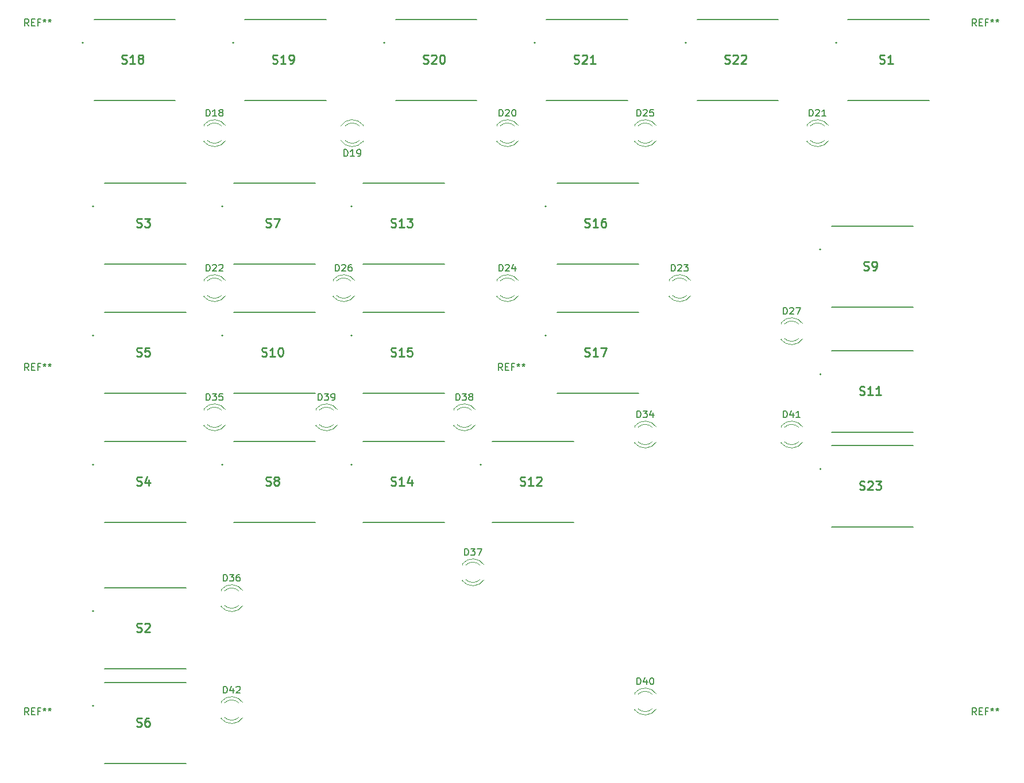
<source format=gbr>
%TF.GenerationSoftware,KiCad,Pcbnew,(5.1.10)-1*%
%TF.CreationDate,2021-07-06T22:18:49-04:00*%
%TF.ProjectId,dedBoard,64656442-6f61-4726-942e-6b696361645f,rev?*%
%TF.SameCoordinates,Original*%
%TF.FileFunction,Legend,Top*%
%TF.FilePolarity,Positive*%
%FSLAX46Y46*%
G04 Gerber Fmt 4.6, Leading zero omitted, Abs format (unit mm)*
G04 Created by KiCad (PCBNEW (5.1.10)-1) date 2021-07-06 22:18:49*
%MOMM*%
%LPD*%
G01*
G04 APERTURE LIST*
%ADD10C,0.120000*%
%ADD11C,0.200000*%
%ADD12C,0.150000*%
%ADD13C,0.254000*%
G04 APERTURE END LIST*
D10*
%TO.C,D42*%
X51841130Y-114109837D02*
G75*
G02*
X49759039Y-114110000I-1041130J1079837D01*
G01*
X51841130Y-111950163D02*
G75*
G03*
X49759039Y-111950000I-1041130J-1079837D01*
G01*
X52472335Y-114108608D02*
G75*
G02*
X49240000Y-114265516I-1672335J1078608D01*
G01*
X52472335Y-111951392D02*
G75*
G03*
X49240000Y-111794484I-1672335J-1078608D01*
G01*
X49240000Y-111794000D02*
X49240000Y-111950000D01*
X49240000Y-114110000D02*
X49240000Y-114266000D01*
%TO.C,D41*%
X134391130Y-73469837D02*
G75*
G02*
X132309039Y-73470000I-1041130J1079837D01*
G01*
X134391130Y-71310163D02*
G75*
G03*
X132309039Y-71310000I-1041130J-1079837D01*
G01*
X135022335Y-73468608D02*
G75*
G02*
X131790000Y-73625516I-1672335J1078608D01*
G01*
X135022335Y-71311392D02*
G75*
G03*
X131790000Y-71154484I-1672335J-1078608D01*
G01*
X131790000Y-71154000D02*
X131790000Y-71310000D01*
X131790000Y-73470000D02*
X131790000Y-73626000D01*
%TO.C,D40*%
X112801130Y-112839837D02*
G75*
G02*
X110719039Y-112840000I-1041130J1079837D01*
G01*
X112801130Y-110680163D02*
G75*
G03*
X110719039Y-110680000I-1041130J-1079837D01*
G01*
X113432335Y-112838608D02*
G75*
G02*
X110200000Y-112995516I-1672335J1078608D01*
G01*
X113432335Y-110681392D02*
G75*
G03*
X110200000Y-110524484I-1672335J-1078608D01*
G01*
X110200000Y-110524000D02*
X110200000Y-110680000D01*
X110200000Y-112840000D02*
X110200000Y-112996000D01*
%TO.C,D39*%
X65811130Y-70929837D02*
G75*
G02*
X63729039Y-70930000I-1041130J1079837D01*
G01*
X65811130Y-68770163D02*
G75*
G03*
X63729039Y-68770000I-1041130J-1079837D01*
G01*
X66442335Y-70928608D02*
G75*
G02*
X63210000Y-71085516I-1672335J1078608D01*
G01*
X66442335Y-68771392D02*
G75*
G03*
X63210000Y-68614484I-1672335J-1078608D01*
G01*
X63210000Y-68614000D02*
X63210000Y-68770000D01*
X63210000Y-70930000D02*
X63210000Y-71086000D01*
%TO.C,D38*%
X86131130Y-70929837D02*
G75*
G02*
X84049039Y-70930000I-1041130J1079837D01*
G01*
X86131130Y-68770163D02*
G75*
G03*
X84049039Y-68770000I-1041130J-1079837D01*
G01*
X86762335Y-70928608D02*
G75*
G02*
X83530000Y-71085516I-1672335J1078608D01*
G01*
X86762335Y-68771392D02*
G75*
G03*
X83530000Y-68614484I-1672335J-1078608D01*
G01*
X83530000Y-68614000D02*
X83530000Y-68770000D01*
X83530000Y-70930000D02*
X83530000Y-71086000D01*
%TO.C,D37*%
X87401130Y-93789837D02*
G75*
G02*
X85319039Y-93790000I-1041130J1079837D01*
G01*
X87401130Y-91630163D02*
G75*
G03*
X85319039Y-91630000I-1041130J-1079837D01*
G01*
X88032335Y-93788608D02*
G75*
G02*
X84800000Y-93945516I-1672335J1078608D01*
G01*
X88032335Y-91631392D02*
G75*
G03*
X84800000Y-91474484I-1672335J-1078608D01*
G01*
X84800000Y-91474000D02*
X84800000Y-91630000D01*
X84800000Y-93790000D02*
X84800000Y-93946000D01*
%TO.C,D36*%
X51841130Y-97599837D02*
G75*
G02*
X49759039Y-97600000I-1041130J1079837D01*
G01*
X51841130Y-95440163D02*
G75*
G03*
X49759039Y-95440000I-1041130J-1079837D01*
G01*
X52472335Y-97598608D02*
G75*
G02*
X49240000Y-97755516I-1672335J1078608D01*
G01*
X52472335Y-95441392D02*
G75*
G03*
X49240000Y-95284484I-1672335J-1078608D01*
G01*
X49240000Y-95284000D02*
X49240000Y-95440000D01*
X49240000Y-97600000D02*
X49240000Y-97756000D01*
%TO.C,D35*%
X49301130Y-70929837D02*
G75*
G02*
X47219039Y-70930000I-1041130J1079837D01*
G01*
X49301130Y-68770163D02*
G75*
G03*
X47219039Y-68770000I-1041130J-1079837D01*
G01*
X49932335Y-70928608D02*
G75*
G02*
X46700000Y-71085516I-1672335J1078608D01*
G01*
X49932335Y-68771392D02*
G75*
G03*
X46700000Y-68614484I-1672335J-1078608D01*
G01*
X46700000Y-68614000D02*
X46700000Y-68770000D01*
X46700000Y-70930000D02*
X46700000Y-71086000D01*
%TO.C,D34*%
X112801130Y-73469837D02*
G75*
G02*
X110719039Y-73470000I-1041130J1079837D01*
G01*
X112801130Y-71310163D02*
G75*
G03*
X110719039Y-71310000I-1041130J-1079837D01*
G01*
X113432335Y-73468608D02*
G75*
G02*
X110200000Y-73625516I-1672335J1078608D01*
G01*
X113432335Y-71311392D02*
G75*
G03*
X110200000Y-71154484I-1672335J-1078608D01*
G01*
X110200000Y-71154000D02*
X110200000Y-71310000D01*
X110200000Y-73470000D02*
X110200000Y-73626000D01*
D11*
%TO.C,S23*%
X139288000Y-74010000D02*
X151288000Y-74010000D01*
X151288000Y-86010000D02*
X139288000Y-86010000D01*
X137676650Y-77472000D02*
G75*
G03*
X137676650Y-77472000I-84650J0D01*
G01*
%TO.C,S22*%
X119412500Y-11145000D02*
X131412500Y-11145000D01*
X131412500Y-23145000D02*
X119412500Y-23145000D01*
X117801150Y-14607000D02*
G75*
G03*
X117801150Y-14607000I-84650J0D01*
G01*
%TO.C,S21*%
X97187500Y-11145000D02*
X109187500Y-11145000D01*
X109187500Y-23145000D02*
X97187500Y-23145000D01*
X95576150Y-14607000D02*
G75*
G03*
X95576150Y-14607000I-84650J0D01*
G01*
%TO.C,S20*%
X74962500Y-11145000D02*
X86962500Y-11145000D01*
X86962500Y-23145000D02*
X74962500Y-23145000D01*
X73351150Y-14607000D02*
G75*
G03*
X73351150Y-14607000I-84650J0D01*
G01*
%TO.C,S19*%
X52737500Y-11145000D02*
X64737500Y-11145000D01*
X64737500Y-23145000D02*
X52737500Y-23145000D01*
X51126150Y-14607000D02*
G75*
G03*
X51126150Y-14607000I-84650J0D01*
G01*
%TO.C,S18*%
X30512500Y-11145000D02*
X42512500Y-11145000D01*
X42512500Y-23145000D02*
X30512500Y-23145000D01*
X28901150Y-14607000D02*
G75*
G03*
X28901150Y-14607000I-84650J0D01*
G01*
%TO.C,S17*%
X97163650Y-57787000D02*
G75*
G03*
X97163650Y-57787000I-84650J0D01*
G01*
X110775000Y-66325000D02*
X98775000Y-66325000D01*
X98775000Y-54325000D02*
X110775000Y-54325000D01*
%TO.C,S16*%
X97163650Y-38737000D02*
G75*
G03*
X97163650Y-38737000I-84650J0D01*
G01*
X110775000Y-47275000D02*
X98775000Y-47275000D01*
X98775000Y-35275000D02*
X110775000Y-35275000D01*
%TO.C,S15*%
X68588650Y-57787000D02*
G75*
G03*
X68588650Y-57787000I-84650J0D01*
G01*
X82200000Y-66325000D02*
X70200000Y-66325000D01*
X70200000Y-54325000D02*
X82200000Y-54325000D01*
%TO.C,S14*%
X68588650Y-76837000D02*
G75*
G03*
X68588650Y-76837000I-84650J0D01*
G01*
X82200000Y-85375000D02*
X70200000Y-85375000D01*
X70200000Y-73375000D02*
X82200000Y-73375000D01*
%TO.C,S13*%
X68588650Y-38737000D02*
G75*
G03*
X68588650Y-38737000I-84650J0D01*
G01*
X82200000Y-47275000D02*
X70200000Y-47275000D01*
X70200000Y-35275000D02*
X82200000Y-35275000D01*
%TO.C,S12*%
X87638650Y-76837000D02*
G75*
G03*
X87638650Y-76837000I-84650J0D01*
G01*
X101250000Y-85375000D02*
X89250000Y-85375000D01*
X89250000Y-73375000D02*
X101250000Y-73375000D01*
%TO.C,S11*%
X137676650Y-63502000D02*
G75*
G03*
X137676650Y-63502000I-84650J0D01*
G01*
X151288000Y-72040000D02*
X139288000Y-72040000D01*
X139288000Y-60040000D02*
X151288000Y-60040000D01*
%TO.C,S10*%
X49538650Y-57787000D02*
G75*
G03*
X49538650Y-57787000I-84650J0D01*
G01*
X63150000Y-66325000D02*
X51150000Y-66325000D01*
X51150000Y-54325000D02*
X63150000Y-54325000D01*
%TO.C,S9*%
X137676650Y-45087000D02*
G75*
G03*
X137676650Y-45087000I-84650J0D01*
G01*
X151288000Y-53625000D02*
X139288000Y-53625000D01*
X139288000Y-41625000D02*
X151288000Y-41625000D01*
%TO.C,S8*%
X49538650Y-76837000D02*
G75*
G03*
X49538650Y-76837000I-84650J0D01*
G01*
X63150000Y-85375000D02*
X51150000Y-85375000D01*
X51150000Y-73375000D02*
X63150000Y-73375000D01*
%TO.C,S7*%
X49538650Y-38737000D02*
G75*
G03*
X49538650Y-38737000I-84650J0D01*
G01*
X63150000Y-47275000D02*
X51150000Y-47275000D01*
X51150000Y-35275000D02*
X63150000Y-35275000D01*
%TO.C,S6*%
X30488650Y-112397000D02*
G75*
G03*
X30488650Y-112397000I-84650J0D01*
G01*
X44100000Y-120935000D02*
X32100000Y-120935000D01*
X32100000Y-108935000D02*
X44100000Y-108935000D01*
%TO.C,S5*%
X30488650Y-57787000D02*
G75*
G03*
X30488650Y-57787000I-84650J0D01*
G01*
X44100000Y-66325000D02*
X32100000Y-66325000D01*
X32100000Y-54325000D02*
X44100000Y-54325000D01*
%TO.C,S4*%
X30488650Y-76837000D02*
G75*
G03*
X30488650Y-76837000I-84650J0D01*
G01*
X44100000Y-85375000D02*
X32100000Y-85375000D01*
X32100000Y-73375000D02*
X44100000Y-73375000D01*
%TO.C,S3*%
X30488650Y-38737000D02*
G75*
G03*
X30488650Y-38737000I-84650J0D01*
G01*
X44100000Y-47275000D02*
X32100000Y-47275000D01*
X32100000Y-35275000D02*
X44100000Y-35275000D01*
%TO.C,S2*%
X30488650Y-98427000D02*
G75*
G03*
X30488650Y-98427000I-84650J0D01*
G01*
X44100000Y-106965000D02*
X32100000Y-106965000D01*
X32100000Y-94965000D02*
X44100000Y-94965000D01*
%TO.C,S1*%
X140026150Y-14607000D02*
G75*
G03*
X140026150Y-14607000I-84650J0D01*
G01*
X153637500Y-23145000D02*
X141637500Y-23145000D01*
X141637500Y-11145000D02*
X153637500Y-11145000D01*
D10*
%TO.C,D27*%
X131790000Y-58230000D02*
X131790000Y-58386000D01*
X131790000Y-55914000D02*
X131790000Y-56070000D01*
X134391130Y-58229837D02*
G75*
G02*
X132309039Y-58230000I-1041130J1079837D01*
G01*
X134391130Y-56070163D02*
G75*
G03*
X132309039Y-56070000I-1041130J-1079837D01*
G01*
X135022335Y-58228608D02*
G75*
G02*
X131790000Y-58385516I-1672335J1078608D01*
G01*
X135022335Y-56071392D02*
G75*
G03*
X131790000Y-55914484I-1672335J-1078608D01*
G01*
%TO.C,D26*%
X65750000Y-51880000D02*
X65750000Y-52036000D01*
X65750000Y-49564000D02*
X65750000Y-49720000D01*
X68351130Y-51879837D02*
G75*
G02*
X66269039Y-51880000I-1041130J1079837D01*
G01*
X68351130Y-49720163D02*
G75*
G03*
X66269039Y-49720000I-1041130J-1079837D01*
G01*
X68982335Y-51878608D02*
G75*
G02*
X65750000Y-52035516I-1672335J1078608D01*
G01*
X68982335Y-49721392D02*
G75*
G03*
X65750000Y-49564484I-1672335J-1078608D01*
G01*
%TO.C,D25*%
X110200000Y-29020000D02*
X110200000Y-29176000D01*
X110200000Y-26704000D02*
X110200000Y-26860000D01*
X112801130Y-29019837D02*
G75*
G02*
X110719039Y-29020000I-1041130J1079837D01*
G01*
X112801130Y-26860163D02*
G75*
G03*
X110719039Y-26860000I-1041130J-1079837D01*
G01*
X113432335Y-29018608D02*
G75*
G02*
X110200000Y-29175516I-1672335J1078608D01*
G01*
X113432335Y-26861392D02*
G75*
G03*
X110200000Y-26704484I-1672335J-1078608D01*
G01*
%TO.C,D24*%
X89880000Y-51880000D02*
X89880000Y-52036000D01*
X89880000Y-49564000D02*
X89880000Y-49720000D01*
X92481130Y-51879837D02*
G75*
G02*
X90399039Y-51880000I-1041130J1079837D01*
G01*
X92481130Y-49720163D02*
G75*
G03*
X90399039Y-49720000I-1041130J-1079837D01*
G01*
X93112335Y-51878608D02*
G75*
G02*
X89880000Y-52035516I-1672335J1078608D01*
G01*
X93112335Y-49721392D02*
G75*
G03*
X89880000Y-49564484I-1672335J-1078608D01*
G01*
%TO.C,D23*%
X115280000Y-51880000D02*
X115280000Y-52036000D01*
X115280000Y-49564000D02*
X115280000Y-49720000D01*
X117881130Y-51879837D02*
G75*
G02*
X115799039Y-51880000I-1041130J1079837D01*
G01*
X117881130Y-49720163D02*
G75*
G03*
X115799039Y-49720000I-1041130J-1079837D01*
G01*
X118512335Y-51878608D02*
G75*
G02*
X115280000Y-52035516I-1672335J1078608D01*
G01*
X118512335Y-49721392D02*
G75*
G03*
X115280000Y-49564484I-1672335J-1078608D01*
G01*
%TO.C,D22*%
X46700000Y-51880000D02*
X46700000Y-52036000D01*
X46700000Y-49564000D02*
X46700000Y-49720000D01*
X49301130Y-51879837D02*
G75*
G02*
X47219039Y-51880000I-1041130J1079837D01*
G01*
X49301130Y-49720163D02*
G75*
G03*
X47219039Y-49720000I-1041130J-1079837D01*
G01*
X49932335Y-51878608D02*
G75*
G02*
X46700000Y-52035516I-1672335J1078608D01*
G01*
X49932335Y-49721392D02*
G75*
G03*
X46700000Y-49564484I-1672335J-1078608D01*
G01*
%TO.C,D21*%
X135600000Y-29020000D02*
X135600000Y-29176000D01*
X135600000Y-26704000D02*
X135600000Y-26860000D01*
X138201130Y-29019837D02*
G75*
G02*
X136119039Y-29020000I-1041130J1079837D01*
G01*
X138201130Y-26860163D02*
G75*
G03*
X136119039Y-26860000I-1041130J-1079837D01*
G01*
X138832335Y-29018608D02*
G75*
G02*
X135600000Y-29175516I-1672335J1078608D01*
G01*
X138832335Y-26861392D02*
G75*
G03*
X135600000Y-26704484I-1672335J-1078608D01*
G01*
%TO.C,D20*%
X89880000Y-29020000D02*
X89880000Y-29176000D01*
X89880000Y-26704000D02*
X89880000Y-26860000D01*
X92481130Y-29019837D02*
G75*
G02*
X90399039Y-29020000I-1041130J1079837D01*
G01*
X92481130Y-26860163D02*
G75*
G03*
X90399039Y-26860000I-1041130J-1079837D01*
G01*
X93112335Y-29018608D02*
G75*
G02*
X89880000Y-29175516I-1672335J1078608D01*
G01*
X93112335Y-26861392D02*
G75*
G03*
X89880000Y-26704484I-1672335J-1078608D01*
G01*
%TO.C,D19*%
X70140000Y-26860000D02*
X70140000Y-26704000D01*
X70140000Y-29176000D02*
X70140000Y-29020000D01*
X67538870Y-26860163D02*
G75*
G02*
X69620961Y-26860000I1041130J-1079837D01*
G01*
X67538870Y-29019837D02*
G75*
G03*
X69620961Y-29020000I1041130J1079837D01*
G01*
X66907665Y-26861392D02*
G75*
G02*
X70140000Y-26704484I1672335J-1078608D01*
G01*
X66907665Y-29018608D02*
G75*
G03*
X70140000Y-29175516I1672335J1078608D01*
G01*
%TO.C,D18*%
X46700000Y-29020000D02*
X46700000Y-29176000D01*
X46700000Y-26704000D02*
X46700000Y-26860000D01*
X49301130Y-29019837D02*
G75*
G02*
X47219039Y-29020000I-1041130J1079837D01*
G01*
X49301130Y-26860163D02*
G75*
G03*
X47219039Y-26860000I-1041130J-1079837D01*
G01*
X49932335Y-29018608D02*
G75*
G02*
X46700000Y-29175516I-1672335J1078608D01*
G01*
X49932335Y-26861392D02*
G75*
G03*
X46700000Y-26704484I-1672335J-1078608D01*
G01*
%TO.C,REF\u002A\u002A*%
D12*
X160591666Y-12127380D02*
X160258333Y-11651190D01*
X160020238Y-12127380D02*
X160020238Y-11127380D01*
X160401190Y-11127380D01*
X160496428Y-11175000D01*
X160544047Y-11222619D01*
X160591666Y-11317857D01*
X160591666Y-11460714D01*
X160544047Y-11555952D01*
X160496428Y-11603571D01*
X160401190Y-11651190D01*
X160020238Y-11651190D01*
X161020238Y-11603571D02*
X161353571Y-11603571D01*
X161496428Y-12127380D02*
X161020238Y-12127380D01*
X161020238Y-11127380D01*
X161496428Y-11127380D01*
X162258333Y-11603571D02*
X161925000Y-11603571D01*
X161925000Y-12127380D02*
X161925000Y-11127380D01*
X162401190Y-11127380D01*
X162925000Y-11127380D02*
X162925000Y-11365476D01*
X162686904Y-11270238D02*
X162925000Y-11365476D01*
X163163095Y-11270238D01*
X162782142Y-11555952D02*
X162925000Y-11365476D01*
X163067857Y-11555952D01*
X163686904Y-11127380D02*
X163686904Y-11365476D01*
X163448809Y-11270238D02*
X163686904Y-11365476D01*
X163925000Y-11270238D01*
X163544047Y-11555952D02*
X163686904Y-11365476D01*
X163829761Y-11555952D01*
X160591666Y-113727380D02*
X160258333Y-113251190D01*
X160020238Y-113727380D02*
X160020238Y-112727380D01*
X160401190Y-112727380D01*
X160496428Y-112775000D01*
X160544047Y-112822619D01*
X160591666Y-112917857D01*
X160591666Y-113060714D01*
X160544047Y-113155952D01*
X160496428Y-113203571D01*
X160401190Y-113251190D01*
X160020238Y-113251190D01*
X161020238Y-113203571D02*
X161353571Y-113203571D01*
X161496428Y-113727380D02*
X161020238Y-113727380D01*
X161020238Y-112727380D01*
X161496428Y-112727380D01*
X162258333Y-113203571D02*
X161925000Y-113203571D01*
X161925000Y-113727380D02*
X161925000Y-112727380D01*
X162401190Y-112727380D01*
X162925000Y-112727380D02*
X162925000Y-112965476D01*
X162686904Y-112870238D02*
X162925000Y-112965476D01*
X163163095Y-112870238D01*
X162782142Y-113155952D02*
X162925000Y-112965476D01*
X163067857Y-113155952D01*
X163686904Y-112727380D02*
X163686904Y-112965476D01*
X163448809Y-112870238D02*
X163686904Y-112965476D01*
X163925000Y-112870238D01*
X163544047Y-113155952D02*
X163686904Y-112965476D01*
X163829761Y-113155952D01*
X90741666Y-62927380D02*
X90408333Y-62451190D01*
X90170238Y-62927380D02*
X90170238Y-61927380D01*
X90551190Y-61927380D01*
X90646428Y-61975000D01*
X90694047Y-62022619D01*
X90741666Y-62117857D01*
X90741666Y-62260714D01*
X90694047Y-62355952D01*
X90646428Y-62403571D01*
X90551190Y-62451190D01*
X90170238Y-62451190D01*
X91170238Y-62403571D02*
X91503571Y-62403571D01*
X91646428Y-62927380D02*
X91170238Y-62927380D01*
X91170238Y-61927380D01*
X91646428Y-61927380D01*
X92408333Y-62403571D02*
X92075000Y-62403571D01*
X92075000Y-62927380D02*
X92075000Y-61927380D01*
X92551190Y-61927380D01*
X93075000Y-61927380D02*
X93075000Y-62165476D01*
X92836904Y-62070238D02*
X93075000Y-62165476D01*
X93313095Y-62070238D01*
X92932142Y-62355952D02*
X93075000Y-62165476D01*
X93217857Y-62355952D01*
X93836904Y-61927380D02*
X93836904Y-62165476D01*
X93598809Y-62070238D02*
X93836904Y-62165476D01*
X94075000Y-62070238D01*
X93694047Y-62355952D02*
X93836904Y-62165476D01*
X93979761Y-62355952D01*
X20891666Y-113727380D02*
X20558333Y-113251190D01*
X20320238Y-113727380D02*
X20320238Y-112727380D01*
X20701190Y-112727380D01*
X20796428Y-112775000D01*
X20844047Y-112822619D01*
X20891666Y-112917857D01*
X20891666Y-113060714D01*
X20844047Y-113155952D01*
X20796428Y-113203571D01*
X20701190Y-113251190D01*
X20320238Y-113251190D01*
X21320238Y-113203571D02*
X21653571Y-113203571D01*
X21796428Y-113727380D02*
X21320238Y-113727380D01*
X21320238Y-112727380D01*
X21796428Y-112727380D01*
X22558333Y-113203571D02*
X22225000Y-113203571D01*
X22225000Y-113727380D02*
X22225000Y-112727380D01*
X22701190Y-112727380D01*
X23225000Y-112727380D02*
X23225000Y-112965476D01*
X22986904Y-112870238D02*
X23225000Y-112965476D01*
X23463095Y-112870238D01*
X23082142Y-113155952D02*
X23225000Y-112965476D01*
X23367857Y-113155952D01*
X23986904Y-112727380D02*
X23986904Y-112965476D01*
X23748809Y-112870238D02*
X23986904Y-112965476D01*
X24225000Y-112870238D01*
X23844047Y-113155952D02*
X23986904Y-112965476D01*
X24129761Y-113155952D01*
X20891666Y-62927380D02*
X20558333Y-62451190D01*
X20320238Y-62927380D02*
X20320238Y-61927380D01*
X20701190Y-61927380D01*
X20796428Y-61975000D01*
X20844047Y-62022619D01*
X20891666Y-62117857D01*
X20891666Y-62260714D01*
X20844047Y-62355952D01*
X20796428Y-62403571D01*
X20701190Y-62451190D01*
X20320238Y-62451190D01*
X21320238Y-62403571D02*
X21653571Y-62403571D01*
X21796428Y-62927380D02*
X21320238Y-62927380D01*
X21320238Y-61927380D01*
X21796428Y-61927380D01*
X22558333Y-62403571D02*
X22225000Y-62403571D01*
X22225000Y-62927380D02*
X22225000Y-61927380D01*
X22701190Y-61927380D01*
X23225000Y-61927380D02*
X23225000Y-62165476D01*
X22986904Y-62070238D02*
X23225000Y-62165476D01*
X23463095Y-62070238D01*
X23082142Y-62355952D02*
X23225000Y-62165476D01*
X23367857Y-62355952D01*
X23986904Y-61927380D02*
X23986904Y-62165476D01*
X23748809Y-62070238D02*
X23986904Y-62165476D01*
X24225000Y-62070238D01*
X23844047Y-62355952D02*
X23986904Y-62165476D01*
X24129761Y-62355952D01*
X20891666Y-12127380D02*
X20558333Y-11651190D01*
X20320238Y-12127380D02*
X20320238Y-11127380D01*
X20701190Y-11127380D01*
X20796428Y-11175000D01*
X20844047Y-11222619D01*
X20891666Y-11317857D01*
X20891666Y-11460714D01*
X20844047Y-11555952D01*
X20796428Y-11603571D01*
X20701190Y-11651190D01*
X20320238Y-11651190D01*
X21320238Y-11603571D02*
X21653571Y-11603571D01*
X21796428Y-12127380D02*
X21320238Y-12127380D01*
X21320238Y-11127380D01*
X21796428Y-11127380D01*
X22558333Y-11603571D02*
X22225000Y-11603571D01*
X22225000Y-12127380D02*
X22225000Y-11127380D01*
X22701190Y-11127380D01*
X23225000Y-11127380D02*
X23225000Y-11365476D01*
X22986904Y-11270238D02*
X23225000Y-11365476D01*
X23463095Y-11270238D01*
X23082142Y-11555952D02*
X23225000Y-11365476D01*
X23367857Y-11555952D01*
X23986904Y-11127380D02*
X23986904Y-11365476D01*
X23748809Y-11270238D02*
X23986904Y-11365476D01*
X24225000Y-11270238D01*
X23844047Y-11555952D02*
X23986904Y-11365476D01*
X24129761Y-11555952D01*
%TO.C,D42*%
X49585714Y-110522380D02*
X49585714Y-109522380D01*
X49823809Y-109522380D01*
X49966666Y-109570000D01*
X50061904Y-109665238D01*
X50109523Y-109760476D01*
X50157142Y-109950952D01*
X50157142Y-110093809D01*
X50109523Y-110284285D01*
X50061904Y-110379523D01*
X49966666Y-110474761D01*
X49823809Y-110522380D01*
X49585714Y-110522380D01*
X51014285Y-109855714D02*
X51014285Y-110522380D01*
X50776190Y-109474761D02*
X50538095Y-110189047D01*
X51157142Y-110189047D01*
X51490476Y-109617619D02*
X51538095Y-109570000D01*
X51633333Y-109522380D01*
X51871428Y-109522380D01*
X51966666Y-109570000D01*
X52014285Y-109617619D01*
X52061904Y-109712857D01*
X52061904Y-109808095D01*
X52014285Y-109950952D01*
X51442857Y-110522380D01*
X52061904Y-110522380D01*
%TO.C,D41*%
X132135714Y-69882380D02*
X132135714Y-68882380D01*
X132373809Y-68882380D01*
X132516666Y-68930000D01*
X132611904Y-69025238D01*
X132659523Y-69120476D01*
X132707142Y-69310952D01*
X132707142Y-69453809D01*
X132659523Y-69644285D01*
X132611904Y-69739523D01*
X132516666Y-69834761D01*
X132373809Y-69882380D01*
X132135714Y-69882380D01*
X133564285Y-69215714D02*
X133564285Y-69882380D01*
X133326190Y-68834761D02*
X133088095Y-69549047D01*
X133707142Y-69549047D01*
X134611904Y-69882380D02*
X134040476Y-69882380D01*
X134326190Y-69882380D02*
X134326190Y-68882380D01*
X134230952Y-69025238D01*
X134135714Y-69120476D01*
X134040476Y-69168095D01*
%TO.C,D40*%
X110545714Y-109252380D02*
X110545714Y-108252380D01*
X110783809Y-108252380D01*
X110926666Y-108300000D01*
X111021904Y-108395238D01*
X111069523Y-108490476D01*
X111117142Y-108680952D01*
X111117142Y-108823809D01*
X111069523Y-109014285D01*
X111021904Y-109109523D01*
X110926666Y-109204761D01*
X110783809Y-109252380D01*
X110545714Y-109252380D01*
X111974285Y-108585714D02*
X111974285Y-109252380D01*
X111736190Y-108204761D02*
X111498095Y-108919047D01*
X112117142Y-108919047D01*
X112688571Y-108252380D02*
X112783809Y-108252380D01*
X112879047Y-108300000D01*
X112926666Y-108347619D01*
X112974285Y-108442857D01*
X113021904Y-108633333D01*
X113021904Y-108871428D01*
X112974285Y-109061904D01*
X112926666Y-109157142D01*
X112879047Y-109204761D01*
X112783809Y-109252380D01*
X112688571Y-109252380D01*
X112593333Y-109204761D01*
X112545714Y-109157142D01*
X112498095Y-109061904D01*
X112450476Y-108871428D01*
X112450476Y-108633333D01*
X112498095Y-108442857D01*
X112545714Y-108347619D01*
X112593333Y-108300000D01*
X112688571Y-108252380D01*
%TO.C,D39*%
X63555714Y-67342380D02*
X63555714Y-66342380D01*
X63793809Y-66342380D01*
X63936666Y-66390000D01*
X64031904Y-66485238D01*
X64079523Y-66580476D01*
X64127142Y-66770952D01*
X64127142Y-66913809D01*
X64079523Y-67104285D01*
X64031904Y-67199523D01*
X63936666Y-67294761D01*
X63793809Y-67342380D01*
X63555714Y-67342380D01*
X64460476Y-66342380D02*
X65079523Y-66342380D01*
X64746190Y-66723333D01*
X64889047Y-66723333D01*
X64984285Y-66770952D01*
X65031904Y-66818571D01*
X65079523Y-66913809D01*
X65079523Y-67151904D01*
X65031904Y-67247142D01*
X64984285Y-67294761D01*
X64889047Y-67342380D01*
X64603333Y-67342380D01*
X64508095Y-67294761D01*
X64460476Y-67247142D01*
X65555714Y-67342380D02*
X65746190Y-67342380D01*
X65841428Y-67294761D01*
X65889047Y-67247142D01*
X65984285Y-67104285D01*
X66031904Y-66913809D01*
X66031904Y-66532857D01*
X65984285Y-66437619D01*
X65936666Y-66390000D01*
X65841428Y-66342380D01*
X65650952Y-66342380D01*
X65555714Y-66390000D01*
X65508095Y-66437619D01*
X65460476Y-66532857D01*
X65460476Y-66770952D01*
X65508095Y-66866190D01*
X65555714Y-66913809D01*
X65650952Y-66961428D01*
X65841428Y-66961428D01*
X65936666Y-66913809D01*
X65984285Y-66866190D01*
X66031904Y-66770952D01*
%TO.C,D38*%
X83875714Y-67342380D02*
X83875714Y-66342380D01*
X84113809Y-66342380D01*
X84256666Y-66390000D01*
X84351904Y-66485238D01*
X84399523Y-66580476D01*
X84447142Y-66770952D01*
X84447142Y-66913809D01*
X84399523Y-67104285D01*
X84351904Y-67199523D01*
X84256666Y-67294761D01*
X84113809Y-67342380D01*
X83875714Y-67342380D01*
X84780476Y-66342380D02*
X85399523Y-66342380D01*
X85066190Y-66723333D01*
X85209047Y-66723333D01*
X85304285Y-66770952D01*
X85351904Y-66818571D01*
X85399523Y-66913809D01*
X85399523Y-67151904D01*
X85351904Y-67247142D01*
X85304285Y-67294761D01*
X85209047Y-67342380D01*
X84923333Y-67342380D01*
X84828095Y-67294761D01*
X84780476Y-67247142D01*
X85970952Y-66770952D02*
X85875714Y-66723333D01*
X85828095Y-66675714D01*
X85780476Y-66580476D01*
X85780476Y-66532857D01*
X85828095Y-66437619D01*
X85875714Y-66390000D01*
X85970952Y-66342380D01*
X86161428Y-66342380D01*
X86256666Y-66390000D01*
X86304285Y-66437619D01*
X86351904Y-66532857D01*
X86351904Y-66580476D01*
X86304285Y-66675714D01*
X86256666Y-66723333D01*
X86161428Y-66770952D01*
X85970952Y-66770952D01*
X85875714Y-66818571D01*
X85828095Y-66866190D01*
X85780476Y-66961428D01*
X85780476Y-67151904D01*
X85828095Y-67247142D01*
X85875714Y-67294761D01*
X85970952Y-67342380D01*
X86161428Y-67342380D01*
X86256666Y-67294761D01*
X86304285Y-67247142D01*
X86351904Y-67151904D01*
X86351904Y-66961428D01*
X86304285Y-66866190D01*
X86256666Y-66818571D01*
X86161428Y-66770952D01*
%TO.C,D37*%
X85145714Y-90202380D02*
X85145714Y-89202380D01*
X85383809Y-89202380D01*
X85526666Y-89250000D01*
X85621904Y-89345238D01*
X85669523Y-89440476D01*
X85717142Y-89630952D01*
X85717142Y-89773809D01*
X85669523Y-89964285D01*
X85621904Y-90059523D01*
X85526666Y-90154761D01*
X85383809Y-90202380D01*
X85145714Y-90202380D01*
X86050476Y-89202380D02*
X86669523Y-89202380D01*
X86336190Y-89583333D01*
X86479047Y-89583333D01*
X86574285Y-89630952D01*
X86621904Y-89678571D01*
X86669523Y-89773809D01*
X86669523Y-90011904D01*
X86621904Y-90107142D01*
X86574285Y-90154761D01*
X86479047Y-90202380D01*
X86193333Y-90202380D01*
X86098095Y-90154761D01*
X86050476Y-90107142D01*
X87002857Y-89202380D02*
X87669523Y-89202380D01*
X87240952Y-90202380D01*
%TO.C,D36*%
X49585714Y-94012380D02*
X49585714Y-93012380D01*
X49823809Y-93012380D01*
X49966666Y-93060000D01*
X50061904Y-93155238D01*
X50109523Y-93250476D01*
X50157142Y-93440952D01*
X50157142Y-93583809D01*
X50109523Y-93774285D01*
X50061904Y-93869523D01*
X49966666Y-93964761D01*
X49823809Y-94012380D01*
X49585714Y-94012380D01*
X50490476Y-93012380D02*
X51109523Y-93012380D01*
X50776190Y-93393333D01*
X50919047Y-93393333D01*
X51014285Y-93440952D01*
X51061904Y-93488571D01*
X51109523Y-93583809D01*
X51109523Y-93821904D01*
X51061904Y-93917142D01*
X51014285Y-93964761D01*
X50919047Y-94012380D01*
X50633333Y-94012380D01*
X50538095Y-93964761D01*
X50490476Y-93917142D01*
X51966666Y-93012380D02*
X51776190Y-93012380D01*
X51680952Y-93060000D01*
X51633333Y-93107619D01*
X51538095Y-93250476D01*
X51490476Y-93440952D01*
X51490476Y-93821904D01*
X51538095Y-93917142D01*
X51585714Y-93964761D01*
X51680952Y-94012380D01*
X51871428Y-94012380D01*
X51966666Y-93964761D01*
X52014285Y-93917142D01*
X52061904Y-93821904D01*
X52061904Y-93583809D01*
X52014285Y-93488571D01*
X51966666Y-93440952D01*
X51871428Y-93393333D01*
X51680952Y-93393333D01*
X51585714Y-93440952D01*
X51538095Y-93488571D01*
X51490476Y-93583809D01*
%TO.C,D35*%
X47045714Y-67342380D02*
X47045714Y-66342380D01*
X47283809Y-66342380D01*
X47426666Y-66390000D01*
X47521904Y-66485238D01*
X47569523Y-66580476D01*
X47617142Y-66770952D01*
X47617142Y-66913809D01*
X47569523Y-67104285D01*
X47521904Y-67199523D01*
X47426666Y-67294761D01*
X47283809Y-67342380D01*
X47045714Y-67342380D01*
X47950476Y-66342380D02*
X48569523Y-66342380D01*
X48236190Y-66723333D01*
X48379047Y-66723333D01*
X48474285Y-66770952D01*
X48521904Y-66818571D01*
X48569523Y-66913809D01*
X48569523Y-67151904D01*
X48521904Y-67247142D01*
X48474285Y-67294761D01*
X48379047Y-67342380D01*
X48093333Y-67342380D01*
X47998095Y-67294761D01*
X47950476Y-67247142D01*
X49474285Y-66342380D02*
X48998095Y-66342380D01*
X48950476Y-66818571D01*
X48998095Y-66770952D01*
X49093333Y-66723333D01*
X49331428Y-66723333D01*
X49426666Y-66770952D01*
X49474285Y-66818571D01*
X49521904Y-66913809D01*
X49521904Y-67151904D01*
X49474285Y-67247142D01*
X49426666Y-67294761D01*
X49331428Y-67342380D01*
X49093333Y-67342380D01*
X48998095Y-67294761D01*
X48950476Y-67247142D01*
%TO.C,D34*%
X110545714Y-69882380D02*
X110545714Y-68882380D01*
X110783809Y-68882380D01*
X110926666Y-68930000D01*
X111021904Y-69025238D01*
X111069523Y-69120476D01*
X111117142Y-69310952D01*
X111117142Y-69453809D01*
X111069523Y-69644285D01*
X111021904Y-69739523D01*
X110926666Y-69834761D01*
X110783809Y-69882380D01*
X110545714Y-69882380D01*
X111450476Y-68882380D02*
X112069523Y-68882380D01*
X111736190Y-69263333D01*
X111879047Y-69263333D01*
X111974285Y-69310952D01*
X112021904Y-69358571D01*
X112069523Y-69453809D01*
X112069523Y-69691904D01*
X112021904Y-69787142D01*
X111974285Y-69834761D01*
X111879047Y-69882380D01*
X111593333Y-69882380D01*
X111498095Y-69834761D01*
X111450476Y-69787142D01*
X112926666Y-69215714D02*
X112926666Y-69882380D01*
X112688571Y-68834761D02*
X112450476Y-69549047D01*
X113069523Y-69549047D01*
%TO.C,S23*%
D13*
X143381619Y-80467047D02*
X143563047Y-80527523D01*
X143865428Y-80527523D01*
X143986380Y-80467047D01*
X144046857Y-80406571D01*
X144107333Y-80285619D01*
X144107333Y-80164666D01*
X144046857Y-80043714D01*
X143986380Y-79983238D01*
X143865428Y-79922761D01*
X143623523Y-79862285D01*
X143502571Y-79801809D01*
X143442095Y-79741333D01*
X143381619Y-79620380D01*
X143381619Y-79499428D01*
X143442095Y-79378476D01*
X143502571Y-79318000D01*
X143623523Y-79257523D01*
X143925904Y-79257523D01*
X144107333Y-79318000D01*
X144591142Y-79378476D02*
X144651619Y-79318000D01*
X144772571Y-79257523D01*
X145074952Y-79257523D01*
X145195904Y-79318000D01*
X145256380Y-79378476D01*
X145316857Y-79499428D01*
X145316857Y-79620380D01*
X145256380Y-79801809D01*
X144530666Y-80527523D01*
X145316857Y-80527523D01*
X145740190Y-79257523D02*
X146526380Y-79257523D01*
X146103047Y-79741333D01*
X146284476Y-79741333D01*
X146405428Y-79801809D01*
X146465904Y-79862285D01*
X146526380Y-79983238D01*
X146526380Y-80285619D01*
X146465904Y-80406571D01*
X146405428Y-80467047D01*
X146284476Y-80527523D01*
X145921619Y-80527523D01*
X145800666Y-80467047D01*
X145740190Y-80406571D01*
%TO.C,S22*%
X123506119Y-17602047D02*
X123687547Y-17662523D01*
X123989928Y-17662523D01*
X124110880Y-17602047D01*
X124171357Y-17541571D01*
X124231833Y-17420619D01*
X124231833Y-17299666D01*
X124171357Y-17178714D01*
X124110880Y-17118238D01*
X123989928Y-17057761D01*
X123748023Y-16997285D01*
X123627071Y-16936809D01*
X123566595Y-16876333D01*
X123506119Y-16755380D01*
X123506119Y-16634428D01*
X123566595Y-16513476D01*
X123627071Y-16453000D01*
X123748023Y-16392523D01*
X124050404Y-16392523D01*
X124231833Y-16453000D01*
X124715642Y-16513476D02*
X124776119Y-16453000D01*
X124897071Y-16392523D01*
X125199452Y-16392523D01*
X125320404Y-16453000D01*
X125380880Y-16513476D01*
X125441357Y-16634428D01*
X125441357Y-16755380D01*
X125380880Y-16936809D01*
X124655166Y-17662523D01*
X125441357Y-17662523D01*
X125925166Y-16513476D02*
X125985642Y-16453000D01*
X126106595Y-16392523D01*
X126408976Y-16392523D01*
X126529928Y-16453000D01*
X126590404Y-16513476D01*
X126650880Y-16634428D01*
X126650880Y-16755380D01*
X126590404Y-16936809D01*
X125864690Y-17662523D01*
X126650880Y-17662523D01*
%TO.C,S21*%
X101281119Y-17602047D02*
X101462547Y-17662523D01*
X101764928Y-17662523D01*
X101885880Y-17602047D01*
X101946357Y-17541571D01*
X102006833Y-17420619D01*
X102006833Y-17299666D01*
X101946357Y-17178714D01*
X101885880Y-17118238D01*
X101764928Y-17057761D01*
X101523023Y-16997285D01*
X101402071Y-16936809D01*
X101341595Y-16876333D01*
X101281119Y-16755380D01*
X101281119Y-16634428D01*
X101341595Y-16513476D01*
X101402071Y-16453000D01*
X101523023Y-16392523D01*
X101825404Y-16392523D01*
X102006833Y-16453000D01*
X102490642Y-16513476D02*
X102551119Y-16453000D01*
X102672071Y-16392523D01*
X102974452Y-16392523D01*
X103095404Y-16453000D01*
X103155880Y-16513476D01*
X103216357Y-16634428D01*
X103216357Y-16755380D01*
X103155880Y-16936809D01*
X102430166Y-17662523D01*
X103216357Y-17662523D01*
X104425880Y-17662523D02*
X103700166Y-17662523D01*
X104063023Y-17662523D02*
X104063023Y-16392523D01*
X103942071Y-16573952D01*
X103821119Y-16694904D01*
X103700166Y-16755380D01*
%TO.C,S20*%
X79056119Y-17602047D02*
X79237547Y-17662523D01*
X79539928Y-17662523D01*
X79660880Y-17602047D01*
X79721357Y-17541571D01*
X79781833Y-17420619D01*
X79781833Y-17299666D01*
X79721357Y-17178714D01*
X79660880Y-17118238D01*
X79539928Y-17057761D01*
X79298023Y-16997285D01*
X79177071Y-16936809D01*
X79116595Y-16876333D01*
X79056119Y-16755380D01*
X79056119Y-16634428D01*
X79116595Y-16513476D01*
X79177071Y-16453000D01*
X79298023Y-16392523D01*
X79600404Y-16392523D01*
X79781833Y-16453000D01*
X80265642Y-16513476D02*
X80326119Y-16453000D01*
X80447071Y-16392523D01*
X80749452Y-16392523D01*
X80870404Y-16453000D01*
X80930880Y-16513476D01*
X80991357Y-16634428D01*
X80991357Y-16755380D01*
X80930880Y-16936809D01*
X80205166Y-17662523D01*
X80991357Y-17662523D01*
X81777547Y-16392523D02*
X81898500Y-16392523D01*
X82019452Y-16453000D01*
X82079928Y-16513476D01*
X82140404Y-16634428D01*
X82200880Y-16876333D01*
X82200880Y-17178714D01*
X82140404Y-17420619D01*
X82079928Y-17541571D01*
X82019452Y-17602047D01*
X81898500Y-17662523D01*
X81777547Y-17662523D01*
X81656595Y-17602047D01*
X81596119Y-17541571D01*
X81535642Y-17420619D01*
X81475166Y-17178714D01*
X81475166Y-16876333D01*
X81535642Y-16634428D01*
X81596119Y-16513476D01*
X81656595Y-16453000D01*
X81777547Y-16392523D01*
%TO.C,S19*%
X56831119Y-17602047D02*
X57012547Y-17662523D01*
X57314928Y-17662523D01*
X57435880Y-17602047D01*
X57496357Y-17541571D01*
X57556833Y-17420619D01*
X57556833Y-17299666D01*
X57496357Y-17178714D01*
X57435880Y-17118238D01*
X57314928Y-17057761D01*
X57073023Y-16997285D01*
X56952071Y-16936809D01*
X56891595Y-16876333D01*
X56831119Y-16755380D01*
X56831119Y-16634428D01*
X56891595Y-16513476D01*
X56952071Y-16453000D01*
X57073023Y-16392523D01*
X57375404Y-16392523D01*
X57556833Y-16453000D01*
X58766357Y-17662523D02*
X58040642Y-17662523D01*
X58403500Y-17662523D02*
X58403500Y-16392523D01*
X58282547Y-16573952D01*
X58161595Y-16694904D01*
X58040642Y-16755380D01*
X59371119Y-17662523D02*
X59613023Y-17662523D01*
X59733976Y-17602047D01*
X59794452Y-17541571D01*
X59915404Y-17360142D01*
X59975880Y-17118238D01*
X59975880Y-16634428D01*
X59915404Y-16513476D01*
X59854928Y-16453000D01*
X59733976Y-16392523D01*
X59492071Y-16392523D01*
X59371119Y-16453000D01*
X59310642Y-16513476D01*
X59250166Y-16634428D01*
X59250166Y-16936809D01*
X59310642Y-17057761D01*
X59371119Y-17118238D01*
X59492071Y-17178714D01*
X59733976Y-17178714D01*
X59854928Y-17118238D01*
X59915404Y-17057761D01*
X59975880Y-16936809D01*
%TO.C,S18*%
X34606119Y-17602047D02*
X34787547Y-17662523D01*
X35089928Y-17662523D01*
X35210880Y-17602047D01*
X35271357Y-17541571D01*
X35331833Y-17420619D01*
X35331833Y-17299666D01*
X35271357Y-17178714D01*
X35210880Y-17118238D01*
X35089928Y-17057761D01*
X34848023Y-16997285D01*
X34727071Y-16936809D01*
X34666595Y-16876333D01*
X34606119Y-16755380D01*
X34606119Y-16634428D01*
X34666595Y-16513476D01*
X34727071Y-16453000D01*
X34848023Y-16392523D01*
X35150404Y-16392523D01*
X35331833Y-16453000D01*
X36541357Y-17662523D02*
X35815642Y-17662523D01*
X36178500Y-17662523D02*
X36178500Y-16392523D01*
X36057547Y-16573952D01*
X35936595Y-16694904D01*
X35815642Y-16755380D01*
X37267071Y-16936809D02*
X37146119Y-16876333D01*
X37085642Y-16815857D01*
X37025166Y-16694904D01*
X37025166Y-16634428D01*
X37085642Y-16513476D01*
X37146119Y-16453000D01*
X37267071Y-16392523D01*
X37508976Y-16392523D01*
X37629928Y-16453000D01*
X37690404Y-16513476D01*
X37750880Y-16634428D01*
X37750880Y-16694904D01*
X37690404Y-16815857D01*
X37629928Y-16876333D01*
X37508976Y-16936809D01*
X37267071Y-16936809D01*
X37146119Y-16997285D01*
X37085642Y-17057761D01*
X37025166Y-17178714D01*
X37025166Y-17420619D01*
X37085642Y-17541571D01*
X37146119Y-17602047D01*
X37267071Y-17662523D01*
X37508976Y-17662523D01*
X37629928Y-17602047D01*
X37690404Y-17541571D01*
X37750880Y-17420619D01*
X37750880Y-17178714D01*
X37690404Y-17057761D01*
X37629928Y-16997285D01*
X37508976Y-16936809D01*
%TO.C,S17*%
X102868619Y-60782047D02*
X103050047Y-60842523D01*
X103352428Y-60842523D01*
X103473380Y-60782047D01*
X103533857Y-60721571D01*
X103594333Y-60600619D01*
X103594333Y-60479666D01*
X103533857Y-60358714D01*
X103473380Y-60298238D01*
X103352428Y-60237761D01*
X103110523Y-60177285D01*
X102989571Y-60116809D01*
X102929095Y-60056333D01*
X102868619Y-59935380D01*
X102868619Y-59814428D01*
X102929095Y-59693476D01*
X102989571Y-59633000D01*
X103110523Y-59572523D01*
X103412904Y-59572523D01*
X103594333Y-59633000D01*
X104803857Y-60842523D02*
X104078142Y-60842523D01*
X104441000Y-60842523D02*
X104441000Y-59572523D01*
X104320047Y-59753952D01*
X104199095Y-59874904D01*
X104078142Y-59935380D01*
X105227190Y-59572523D02*
X106073857Y-59572523D01*
X105529571Y-60842523D01*
%TO.C,S16*%
X102868619Y-41732047D02*
X103050047Y-41792523D01*
X103352428Y-41792523D01*
X103473380Y-41732047D01*
X103533857Y-41671571D01*
X103594333Y-41550619D01*
X103594333Y-41429666D01*
X103533857Y-41308714D01*
X103473380Y-41248238D01*
X103352428Y-41187761D01*
X103110523Y-41127285D01*
X102989571Y-41066809D01*
X102929095Y-41006333D01*
X102868619Y-40885380D01*
X102868619Y-40764428D01*
X102929095Y-40643476D01*
X102989571Y-40583000D01*
X103110523Y-40522523D01*
X103412904Y-40522523D01*
X103594333Y-40583000D01*
X104803857Y-41792523D02*
X104078142Y-41792523D01*
X104441000Y-41792523D02*
X104441000Y-40522523D01*
X104320047Y-40703952D01*
X104199095Y-40824904D01*
X104078142Y-40885380D01*
X105892428Y-40522523D02*
X105650523Y-40522523D01*
X105529571Y-40583000D01*
X105469095Y-40643476D01*
X105348142Y-40824904D01*
X105287666Y-41066809D01*
X105287666Y-41550619D01*
X105348142Y-41671571D01*
X105408619Y-41732047D01*
X105529571Y-41792523D01*
X105771476Y-41792523D01*
X105892428Y-41732047D01*
X105952904Y-41671571D01*
X106013380Y-41550619D01*
X106013380Y-41248238D01*
X105952904Y-41127285D01*
X105892428Y-41066809D01*
X105771476Y-41006333D01*
X105529571Y-41006333D01*
X105408619Y-41066809D01*
X105348142Y-41127285D01*
X105287666Y-41248238D01*
%TO.C,S15*%
X74293619Y-60782047D02*
X74475047Y-60842523D01*
X74777428Y-60842523D01*
X74898380Y-60782047D01*
X74958857Y-60721571D01*
X75019333Y-60600619D01*
X75019333Y-60479666D01*
X74958857Y-60358714D01*
X74898380Y-60298238D01*
X74777428Y-60237761D01*
X74535523Y-60177285D01*
X74414571Y-60116809D01*
X74354095Y-60056333D01*
X74293619Y-59935380D01*
X74293619Y-59814428D01*
X74354095Y-59693476D01*
X74414571Y-59633000D01*
X74535523Y-59572523D01*
X74837904Y-59572523D01*
X75019333Y-59633000D01*
X76228857Y-60842523D02*
X75503142Y-60842523D01*
X75866000Y-60842523D02*
X75866000Y-59572523D01*
X75745047Y-59753952D01*
X75624095Y-59874904D01*
X75503142Y-59935380D01*
X77377904Y-59572523D02*
X76773142Y-59572523D01*
X76712666Y-60177285D01*
X76773142Y-60116809D01*
X76894095Y-60056333D01*
X77196476Y-60056333D01*
X77317428Y-60116809D01*
X77377904Y-60177285D01*
X77438380Y-60298238D01*
X77438380Y-60600619D01*
X77377904Y-60721571D01*
X77317428Y-60782047D01*
X77196476Y-60842523D01*
X76894095Y-60842523D01*
X76773142Y-60782047D01*
X76712666Y-60721571D01*
%TO.C,S14*%
X74293619Y-79832047D02*
X74475047Y-79892523D01*
X74777428Y-79892523D01*
X74898380Y-79832047D01*
X74958857Y-79771571D01*
X75019333Y-79650619D01*
X75019333Y-79529666D01*
X74958857Y-79408714D01*
X74898380Y-79348238D01*
X74777428Y-79287761D01*
X74535523Y-79227285D01*
X74414571Y-79166809D01*
X74354095Y-79106333D01*
X74293619Y-78985380D01*
X74293619Y-78864428D01*
X74354095Y-78743476D01*
X74414571Y-78683000D01*
X74535523Y-78622523D01*
X74837904Y-78622523D01*
X75019333Y-78683000D01*
X76228857Y-79892523D02*
X75503142Y-79892523D01*
X75866000Y-79892523D02*
X75866000Y-78622523D01*
X75745047Y-78803952D01*
X75624095Y-78924904D01*
X75503142Y-78985380D01*
X77317428Y-79045857D02*
X77317428Y-79892523D01*
X77015047Y-78562047D02*
X76712666Y-79469190D01*
X77498857Y-79469190D01*
%TO.C,S13*%
X74293619Y-41732047D02*
X74475047Y-41792523D01*
X74777428Y-41792523D01*
X74898380Y-41732047D01*
X74958857Y-41671571D01*
X75019333Y-41550619D01*
X75019333Y-41429666D01*
X74958857Y-41308714D01*
X74898380Y-41248238D01*
X74777428Y-41187761D01*
X74535523Y-41127285D01*
X74414571Y-41066809D01*
X74354095Y-41006333D01*
X74293619Y-40885380D01*
X74293619Y-40764428D01*
X74354095Y-40643476D01*
X74414571Y-40583000D01*
X74535523Y-40522523D01*
X74837904Y-40522523D01*
X75019333Y-40583000D01*
X76228857Y-41792523D02*
X75503142Y-41792523D01*
X75866000Y-41792523D02*
X75866000Y-40522523D01*
X75745047Y-40703952D01*
X75624095Y-40824904D01*
X75503142Y-40885380D01*
X76652190Y-40522523D02*
X77438380Y-40522523D01*
X77015047Y-41006333D01*
X77196476Y-41006333D01*
X77317428Y-41066809D01*
X77377904Y-41127285D01*
X77438380Y-41248238D01*
X77438380Y-41550619D01*
X77377904Y-41671571D01*
X77317428Y-41732047D01*
X77196476Y-41792523D01*
X76833619Y-41792523D01*
X76712666Y-41732047D01*
X76652190Y-41671571D01*
%TO.C,S12*%
X93343619Y-79832047D02*
X93525047Y-79892523D01*
X93827428Y-79892523D01*
X93948380Y-79832047D01*
X94008857Y-79771571D01*
X94069333Y-79650619D01*
X94069333Y-79529666D01*
X94008857Y-79408714D01*
X93948380Y-79348238D01*
X93827428Y-79287761D01*
X93585523Y-79227285D01*
X93464571Y-79166809D01*
X93404095Y-79106333D01*
X93343619Y-78985380D01*
X93343619Y-78864428D01*
X93404095Y-78743476D01*
X93464571Y-78683000D01*
X93585523Y-78622523D01*
X93887904Y-78622523D01*
X94069333Y-78683000D01*
X95278857Y-79892523D02*
X94553142Y-79892523D01*
X94916000Y-79892523D02*
X94916000Y-78622523D01*
X94795047Y-78803952D01*
X94674095Y-78924904D01*
X94553142Y-78985380D01*
X95762666Y-78743476D02*
X95823142Y-78683000D01*
X95944095Y-78622523D01*
X96246476Y-78622523D01*
X96367428Y-78683000D01*
X96427904Y-78743476D01*
X96488380Y-78864428D01*
X96488380Y-78985380D01*
X96427904Y-79166809D01*
X95702190Y-79892523D01*
X96488380Y-79892523D01*
%TO.C,S11*%
X143381619Y-66497047D02*
X143563047Y-66557523D01*
X143865428Y-66557523D01*
X143986380Y-66497047D01*
X144046857Y-66436571D01*
X144107333Y-66315619D01*
X144107333Y-66194666D01*
X144046857Y-66073714D01*
X143986380Y-66013238D01*
X143865428Y-65952761D01*
X143623523Y-65892285D01*
X143502571Y-65831809D01*
X143442095Y-65771333D01*
X143381619Y-65650380D01*
X143381619Y-65529428D01*
X143442095Y-65408476D01*
X143502571Y-65348000D01*
X143623523Y-65287523D01*
X143925904Y-65287523D01*
X144107333Y-65348000D01*
X145316857Y-66557523D02*
X144591142Y-66557523D01*
X144954000Y-66557523D02*
X144954000Y-65287523D01*
X144833047Y-65468952D01*
X144712095Y-65589904D01*
X144591142Y-65650380D01*
X146526380Y-66557523D02*
X145800666Y-66557523D01*
X146163523Y-66557523D02*
X146163523Y-65287523D01*
X146042571Y-65468952D01*
X145921619Y-65589904D01*
X145800666Y-65650380D01*
%TO.C,S10*%
X55243619Y-60782047D02*
X55425047Y-60842523D01*
X55727428Y-60842523D01*
X55848380Y-60782047D01*
X55908857Y-60721571D01*
X55969333Y-60600619D01*
X55969333Y-60479666D01*
X55908857Y-60358714D01*
X55848380Y-60298238D01*
X55727428Y-60237761D01*
X55485523Y-60177285D01*
X55364571Y-60116809D01*
X55304095Y-60056333D01*
X55243619Y-59935380D01*
X55243619Y-59814428D01*
X55304095Y-59693476D01*
X55364571Y-59633000D01*
X55485523Y-59572523D01*
X55787904Y-59572523D01*
X55969333Y-59633000D01*
X57178857Y-60842523D02*
X56453142Y-60842523D01*
X56816000Y-60842523D02*
X56816000Y-59572523D01*
X56695047Y-59753952D01*
X56574095Y-59874904D01*
X56453142Y-59935380D01*
X57965047Y-59572523D02*
X58086000Y-59572523D01*
X58206952Y-59633000D01*
X58267428Y-59693476D01*
X58327904Y-59814428D01*
X58388380Y-60056333D01*
X58388380Y-60358714D01*
X58327904Y-60600619D01*
X58267428Y-60721571D01*
X58206952Y-60782047D01*
X58086000Y-60842523D01*
X57965047Y-60842523D01*
X57844095Y-60782047D01*
X57783619Y-60721571D01*
X57723142Y-60600619D01*
X57662666Y-60358714D01*
X57662666Y-60056333D01*
X57723142Y-59814428D01*
X57783619Y-59693476D01*
X57844095Y-59633000D01*
X57965047Y-59572523D01*
%TO.C,S9*%
X143986380Y-48082047D02*
X144167809Y-48142523D01*
X144470190Y-48142523D01*
X144591142Y-48082047D01*
X144651619Y-48021571D01*
X144712095Y-47900619D01*
X144712095Y-47779666D01*
X144651619Y-47658714D01*
X144591142Y-47598238D01*
X144470190Y-47537761D01*
X144228285Y-47477285D01*
X144107333Y-47416809D01*
X144046857Y-47356333D01*
X143986380Y-47235380D01*
X143986380Y-47114428D01*
X144046857Y-46993476D01*
X144107333Y-46933000D01*
X144228285Y-46872523D01*
X144530666Y-46872523D01*
X144712095Y-46933000D01*
X145316857Y-48142523D02*
X145558761Y-48142523D01*
X145679714Y-48082047D01*
X145740190Y-48021571D01*
X145861142Y-47840142D01*
X145921619Y-47598238D01*
X145921619Y-47114428D01*
X145861142Y-46993476D01*
X145800666Y-46933000D01*
X145679714Y-46872523D01*
X145437809Y-46872523D01*
X145316857Y-46933000D01*
X145256380Y-46993476D01*
X145195904Y-47114428D01*
X145195904Y-47416809D01*
X145256380Y-47537761D01*
X145316857Y-47598238D01*
X145437809Y-47658714D01*
X145679714Y-47658714D01*
X145800666Y-47598238D01*
X145861142Y-47537761D01*
X145921619Y-47416809D01*
%TO.C,S8*%
X55848380Y-79832047D02*
X56029809Y-79892523D01*
X56332190Y-79892523D01*
X56453142Y-79832047D01*
X56513619Y-79771571D01*
X56574095Y-79650619D01*
X56574095Y-79529666D01*
X56513619Y-79408714D01*
X56453142Y-79348238D01*
X56332190Y-79287761D01*
X56090285Y-79227285D01*
X55969333Y-79166809D01*
X55908857Y-79106333D01*
X55848380Y-78985380D01*
X55848380Y-78864428D01*
X55908857Y-78743476D01*
X55969333Y-78683000D01*
X56090285Y-78622523D01*
X56392666Y-78622523D01*
X56574095Y-78683000D01*
X57299809Y-79166809D02*
X57178857Y-79106333D01*
X57118380Y-79045857D01*
X57057904Y-78924904D01*
X57057904Y-78864428D01*
X57118380Y-78743476D01*
X57178857Y-78683000D01*
X57299809Y-78622523D01*
X57541714Y-78622523D01*
X57662666Y-78683000D01*
X57723142Y-78743476D01*
X57783619Y-78864428D01*
X57783619Y-78924904D01*
X57723142Y-79045857D01*
X57662666Y-79106333D01*
X57541714Y-79166809D01*
X57299809Y-79166809D01*
X57178857Y-79227285D01*
X57118380Y-79287761D01*
X57057904Y-79408714D01*
X57057904Y-79650619D01*
X57118380Y-79771571D01*
X57178857Y-79832047D01*
X57299809Y-79892523D01*
X57541714Y-79892523D01*
X57662666Y-79832047D01*
X57723142Y-79771571D01*
X57783619Y-79650619D01*
X57783619Y-79408714D01*
X57723142Y-79287761D01*
X57662666Y-79227285D01*
X57541714Y-79166809D01*
%TO.C,S7*%
X55848380Y-41732047D02*
X56029809Y-41792523D01*
X56332190Y-41792523D01*
X56453142Y-41732047D01*
X56513619Y-41671571D01*
X56574095Y-41550619D01*
X56574095Y-41429666D01*
X56513619Y-41308714D01*
X56453142Y-41248238D01*
X56332190Y-41187761D01*
X56090285Y-41127285D01*
X55969333Y-41066809D01*
X55908857Y-41006333D01*
X55848380Y-40885380D01*
X55848380Y-40764428D01*
X55908857Y-40643476D01*
X55969333Y-40583000D01*
X56090285Y-40522523D01*
X56392666Y-40522523D01*
X56574095Y-40583000D01*
X56997428Y-40522523D02*
X57844095Y-40522523D01*
X57299809Y-41792523D01*
%TO.C,S6*%
X36798380Y-115392047D02*
X36979809Y-115452523D01*
X37282190Y-115452523D01*
X37403142Y-115392047D01*
X37463619Y-115331571D01*
X37524095Y-115210619D01*
X37524095Y-115089666D01*
X37463619Y-114968714D01*
X37403142Y-114908238D01*
X37282190Y-114847761D01*
X37040285Y-114787285D01*
X36919333Y-114726809D01*
X36858857Y-114666333D01*
X36798380Y-114545380D01*
X36798380Y-114424428D01*
X36858857Y-114303476D01*
X36919333Y-114243000D01*
X37040285Y-114182523D01*
X37342666Y-114182523D01*
X37524095Y-114243000D01*
X38612666Y-114182523D02*
X38370761Y-114182523D01*
X38249809Y-114243000D01*
X38189333Y-114303476D01*
X38068380Y-114484904D01*
X38007904Y-114726809D01*
X38007904Y-115210619D01*
X38068380Y-115331571D01*
X38128857Y-115392047D01*
X38249809Y-115452523D01*
X38491714Y-115452523D01*
X38612666Y-115392047D01*
X38673142Y-115331571D01*
X38733619Y-115210619D01*
X38733619Y-114908238D01*
X38673142Y-114787285D01*
X38612666Y-114726809D01*
X38491714Y-114666333D01*
X38249809Y-114666333D01*
X38128857Y-114726809D01*
X38068380Y-114787285D01*
X38007904Y-114908238D01*
%TO.C,S5*%
X36798380Y-60782047D02*
X36979809Y-60842523D01*
X37282190Y-60842523D01*
X37403142Y-60782047D01*
X37463619Y-60721571D01*
X37524095Y-60600619D01*
X37524095Y-60479666D01*
X37463619Y-60358714D01*
X37403142Y-60298238D01*
X37282190Y-60237761D01*
X37040285Y-60177285D01*
X36919333Y-60116809D01*
X36858857Y-60056333D01*
X36798380Y-59935380D01*
X36798380Y-59814428D01*
X36858857Y-59693476D01*
X36919333Y-59633000D01*
X37040285Y-59572523D01*
X37342666Y-59572523D01*
X37524095Y-59633000D01*
X38673142Y-59572523D02*
X38068380Y-59572523D01*
X38007904Y-60177285D01*
X38068380Y-60116809D01*
X38189333Y-60056333D01*
X38491714Y-60056333D01*
X38612666Y-60116809D01*
X38673142Y-60177285D01*
X38733619Y-60298238D01*
X38733619Y-60600619D01*
X38673142Y-60721571D01*
X38612666Y-60782047D01*
X38491714Y-60842523D01*
X38189333Y-60842523D01*
X38068380Y-60782047D01*
X38007904Y-60721571D01*
%TO.C,S4*%
X36798380Y-79832047D02*
X36979809Y-79892523D01*
X37282190Y-79892523D01*
X37403142Y-79832047D01*
X37463619Y-79771571D01*
X37524095Y-79650619D01*
X37524095Y-79529666D01*
X37463619Y-79408714D01*
X37403142Y-79348238D01*
X37282190Y-79287761D01*
X37040285Y-79227285D01*
X36919333Y-79166809D01*
X36858857Y-79106333D01*
X36798380Y-78985380D01*
X36798380Y-78864428D01*
X36858857Y-78743476D01*
X36919333Y-78683000D01*
X37040285Y-78622523D01*
X37342666Y-78622523D01*
X37524095Y-78683000D01*
X38612666Y-79045857D02*
X38612666Y-79892523D01*
X38310285Y-78562047D02*
X38007904Y-79469190D01*
X38794095Y-79469190D01*
%TO.C,S3*%
X36798380Y-41732047D02*
X36979809Y-41792523D01*
X37282190Y-41792523D01*
X37403142Y-41732047D01*
X37463619Y-41671571D01*
X37524095Y-41550619D01*
X37524095Y-41429666D01*
X37463619Y-41308714D01*
X37403142Y-41248238D01*
X37282190Y-41187761D01*
X37040285Y-41127285D01*
X36919333Y-41066809D01*
X36858857Y-41006333D01*
X36798380Y-40885380D01*
X36798380Y-40764428D01*
X36858857Y-40643476D01*
X36919333Y-40583000D01*
X37040285Y-40522523D01*
X37342666Y-40522523D01*
X37524095Y-40583000D01*
X37947428Y-40522523D02*
X38733619Y-40522523D01*
X38310285Y-41006333D01*
X38491714Y-41006333D01*
X38612666Y-41066809D01*
X38673142Y-41127285D01*
X38733619Y-41248238D01*
X38733619Y-41550619D01*
X38673142Y-41671571D01*
X38612666Y-41732047D01*
X38491714Y-41792523D01*
X38128857Y-41792523D01*
X38007904Y-41732047D01*
X37947428Y-41671571D01*
%TO.C,S2*%
X36798380Y-101422047D02*
X36979809Y-101482523D01*
X37282190Y-101482523D01*
X37403142Y-101422047D01*
X37463619Y-101361571D01*
X37524095Y-101240619D01*
X37524095Y-101119666D01*
X37463619Y-100998714D01*
X37403142Y-100938238D01*
X37282190Y-100877761D01*
X37040285Y-100817285D01*
X36919333Y-100756809D01*
X36858857Y-100696333D01*
X36798380Y-100575380D01*
X36798380Y-100454428D01*
X36858857Y-100333476D01*
X36919333Y-100273000D01*
X37040285Y-100212523D01*
X37342666Y-100212523D01*
X37524095Y-100273000D01*
X38007904Y-100333476D02*
X38068380Y-100273000D01*
X38189333Y-100212523D01*
X38491714Y-100212523D01*
X38612666Y-100273000D01*
X38673142Y-100333476D01*
X38733619Y-100454428D01*
X38733619Y-100575380D01*
X38673142Y-100756809D01*
X37947428Y-101482523D01*
X38733619Y-101482523D01*
%TO.C,S1*%
X146335880Y-17602047D02*
X146517309Y-17662523D01*
X146819690Y-17662523D01*
X146940642Y-17602047D01*
X147001119Y-17541571D01*
X147061595Y-17420619D01*
X147061595Y-17299666D01*
X147001119Y-17178714D01*
X146940642Y-17118238D01*
X146819690Y-17057761D01*
X146577785Y-16997285D01*
X146456833Y-16936809D01*
X146396357Y-16876333D01*
X146335880Y-16755380D01*
X146335880Y-16634428D01*
X146396357Y-16513476D01*
X146456833Y-16453000D01*
X146577785Y-16392523D01*
X146880166Y-16392523D01*
X147061595Y-16453000D01*
X148271119Y-17662523D02*
X147545404Y-17662523D01*
X147908261Y-17662523D02*
X147908261Y-16392523D01*
X147787309Y-16573952D01*
X147666357Y-16694904D01*
X147545404Y-16755380D01*
%TO.C,D27*%
D12*
X132135714Y-54642380D02*
X132135714Y-53642380D01*
X132373809Y-53642380D01*
X132516666Y-53690000D01*
X132611904Y-53785238D01*
X132659523Y-53880476D01*
X132707142Y-54070952D01*
X132707142Y-54213809D01*
X132659523Y-54404285D01*
X132611904Y-54499523D01*
X132516666Y-54594761D01*
X132373809Y-54642380D01*
X132135714Y-54642380D01*
X133088095Y-53737619D02*
X133135714Y-53690000D01*
X133230952Y-53642380D01*
X133469047Y-53642380D01*
X133564285Y-53690000D01*
X133611904Y-53737619D01*
X133659523Y-53832857D01*
X133659523Y-53928095D01*
X133611904Y-54070952D01*
X133040476Y-54642380D01*
X133659523Y-54642380D01*
X133992857Y-53642380D02*
X134659523Y-53642380D01*
X134230952Y-54642380D01*
%TO.C,D26*%
X66095714Y-48292380D02*
X66095714Y-47292380D01*
X66333809Y-47292380D01*
X66476666Y-47340000D01*
X66571904Y-47435238D01*
X66619523Y-47530476D01*
X66667142Y-47720952D01*
X66667142Y-47863809D01*
X66619523Y-48054285D01*
X66571904Y-48149523D01*
X66476666Y-48244761D01*
X66333809Y-48292380D01*
X66095714Y-48292380D01*
X67048095Y-47387619D02*
X67095714Y-47340000D01*
X67190952Y-47292380D01*
X67429047Y-47292380D01*
X67524285Y-47340000D01*
X67571904Y-47387619D01*
X67619523Y-47482857D01*
X67619523Y-47578095D01*
X67571904Y-47720952D01*
X67000476Y-48292380D01*
X67619523Y-48292380D01*
X68476666Y-47292380D02*
X68286190Y-47292380D01*
X68190952Y-47340000D01*
X68143333Y-47387619D01*
X68048095Y-47530476D01*
X68000476Y-47720952D01*
X68000476Y-48101904D01*
X68048095Y-48197142D01*
X68095714Y-48244761D01*
X68190952Y-48292380D01*
X68381428Y-48292380D01*
X68476666Y-48244761D01*
X68524285Y-48197142D01*
X68571904Y-48101904D01*
X68571904Y-47863809D01*
X68524285Y-47768571D01*
X68476666Y-47720952D01*
X68381428Y-47673333D01*
X68190952Y-47673333D01*
X68095714Y-47720952D01*
X68048095Y-47768571D01*
X68000476Y-47863809D01*
%TO.C,D25*%
X110545714Y-25432380D02*
X110545714Y-24432380D01*
X110783809Y-24432380D01*
X110926666Y-24480000D01*
X111021904Y-24575238D01*
X111069523Y-24670476D01*
X111117142Y-24860952D01*
X111117142Y-25003809D01*
X111069523Y-25194285D01*
X111021904Y-25289523D01*
X110926666Y-25384761D01*
X110783809Y-25432380D01*
X110545714Y-25432380D01*
X111498095Y-24527619D02*
X111545714Y-24480000D01*
X111640952Y-24432380D01*
X111879047Y-24432380D01*
X111974285Y-24480000D01*
X112021904Y-24527619D01*
X112069523Y-24622857D01*
X112069523Y-24718095D01*
X112021904Y-24860952D01*
X111450476Y-25432380D01*
X112069523Y-25432380D01*
X112974285Y-24432380D02*
X112498095Y-24432380D01*
X112450476Y-24908571D01*
X112498095Y-24860952D01*
X112593333Y-24813333D01*
X112831428Y-24813333D01*
X112926666Y-24860952D01*
X112974285Y-24908571D01*
X113021904Y-25003809D01*
X113021904Y-25241904D01*
X112974285Y-25337142D01*
X112926666Y-25384761D01*
X112831428Y-25432380D01*
X112593333Y-25432380D01*
X112498095Y-25384761D01*
X112450476Y-25337142D01*
%TO.C,D24*%
X90225714Y-48292380D02*
X90225714Y-47292380D01*
X90463809Y-47292380D01*
X90606666Y-47340000D01*
X90701904Y-47435238D01*
X90749523Y-47530476D01*
X90797142Y-47720952D01*
X90797142Y-47863809D01*
X90749523Y-48054285D01*
X90701904Y-48149523D01*
X90606666Y-48244761D01*
X90463809Y-48292380D01*
X90225714Y-48292380D01*
X91178095Y-47387619D02*
X91225714Y-47340000D01*
X91320952Y-47292380D01*
X91559047Y-47292380D01*
X91654285Y-47340000D01*
X91701904Y-47387619D01*
X91749523Y-47482857D01*
X91749523Y-47578095D01*
X91701904Y-47720952D01*
X91130476Y-48292380D01*
X91749523Y-48292380D01*
X92606666Y-47625714D02*
X92606666Y-48292380D01*
X92368571Y-47244761D02*
X92130476Y-47959047D01*
X92749523Y-47959047D01*
%TO.C,D23*%
X115625714Y-48292380D02*
X115625714Y-47292380D01*
X115863809Y-47292380D01*
X116006666Y-47340000D01*
X116101904Y-47435238D01*
X116149523Y-47530476D01*
X116197142Y-47720952D01*
X116197142Y-47863809D01*
X116149523Y-48054285D01*
X116101904Y-48149523D01*
X116006666Y-48244761D01*
X115863809Y-48292380D01*
X115625714Y-48292380D01*
X116578095Y-47387619D02*
X116625714Y-47340000D01*
X116720952Y-47292380D01*
X116959047Y-47292380D01*
X117054285Y-47340000D01*
X117101904Y-47387619D01*
X117149523Y-47482857D01*
X117149523Y-47578095D01*
X117101904Y-47720952D01*
X116530476Y-48292380D01*
X117149523Y-48292380D01*
X117482857Y-47292380D02*
X118101904Y-47292380D01*
X117768571Y-47673333D01*
X117911428Y-47673333D01*
X118006666Y-47720952D01*
X118054285Y-47768571D01*
X118101904Y-47863809D01*
X118101904Y-48101904D01*
X118054285Y-48197142D01*
X118006666Y-48244761D01*
X117911428Y-48292380D01*
X117625714Y-48292380D01*
X117530476Y-48244761D01*
X117482857Y-48197142D01*
%TO.C,D22*%
X47045714Y-48292380D02*
X47045714Y-47292380D01*
X47283809Y-47292380D01*
X47426666Y-47340000D01*
X47521904Y-47435238D01*
X47569523Y-47530476D01*
X47617142Y-47720952D01*
X47617142Y-47863809D01*
X47569523Y-48054285D01*
X47521904Y-48149523D01*
X47426666Y-48244761D01*
X47283809Y-48292380D01*
X47045714Y-48292380D01*
X47998095Y-47387619D02*
X48045714Y-47340000D01*
X48140952Y-47292380D01*
X48379047Y-47292380D01*
X48474285Y-47340000D01*
X48521904Y-47387619D01*
X48569523Y-47482857D01*
X48569523Y-47578095D01*
X48521904Y-47720952D01*
X47950476Y-48292380D01*
X48569523Y-48292380D01*
X48950476Y-47387619D02*
X48998095Y-47340000D01*
X49093333Y-47292380D01*
X49331428Y-47292380D01*
X49426666Y-47340000D01*
X49474285Y-47387619D01*
X49521904Y-47482857D01*
X49521904Y-47578095D01*
X49474285Y-47720952D01*
X48902857Y-48292380D01*
X49521904Y-48292380D01*
%TO.C,D21*%
X135945714Y-25432380D02*
X135945714Y-24432380D01*
X136183809Y-24432380D01*
X136326666Y-24480000D01*
X136421904Y-24575238D01*
X136469523Y-24670476D01*
X136517142Y-24860952D01*
X136517142Y-25003809D01*
X136469523Y-25194285D01*
X136421904Y-25289523D01*
X136326666Y-25384761D01*
X136183809Y-25432380D01*
X135945714Y-25432380D01*
X136898095Y-24527619D02*
X136945714Y-24480000D01*
X137040952Y-24432380D01*
X137279047Y-24432380D01*
X137374285Y-24480000D01*
X137421904Y-24527619D01*
X137469523Y-24622857D01*
X137469523Y-24718095D01*
X137421904Y-24860952D01*
X136850476Y-25432380D01*
X137469523Y-25432380D01*
X138421904Y-25432380D02*
X137850476Y-25432380D01*
X138136190Y-25432380D02*
X138136190Y-24432380D01*
X138040952Y-24575238D01*
X137945714Y-24670476D01*
X137850476Y-24718095D01*
%TO.C,D20*%
X90225714Y-25432380D02*
X90225714Y-24432380D01*
X90463809Y-24432380D01*
X90606666Y-24480000D01*
X90701904Y-24575238D01*
X90749523Y-24670476D01*
X90797142Y-24860952D01*
X90797142Y-25003809D01*
X90749523Y-25194285D01*
X90701904Y-25289523D01*
X90606666Y-25384761D01*
X90463809Y-25432380D01*
X90225714Y-25432380D01*
X91178095Y-24527619D02*
X91225714Y-24480000D01*
X91320952Y-24432380D01*
X91559047Y-24432380D01*
X91654285Y-24480000D01*
X91701904Y-24527619D01*
X91749523Y-24622857D01*
X91749523Y-24718095D01*
X91701904Y-24860952D01*
X91130476Y-25432380D01*
X91749523Y-25432380D01*
X92368571Y-24432380D02*
X92463809Y-24432380D01*
X92559047Y-24480000D01*
X92606666Y-24527619D01*
X92654285Y-24622857D01*
X92701904Y-24813333D01*
X92701904Y-25051428D01*
X92654285Y-25241904D01*
X92606666Y-25337142D01*
X92559047Y-25384761D01*
X92463809Y-25432380D01*
X92368571Y-25432380D01*
X92273333Y-25384761D01*
X92225714Y-25337142D01*
X92178095Y-25241904D01*
X92130476Y-25051428D01*
X92130476Y-24813333D01*
X92178095Y-24622857D01*
X92225714Y-24527619D01*
X92273333Y-24480000D01*
X92368571Y-24432380D01*
%TO.C,D19*%
X67365714Y-31352380D02*
X67365714Y-30352380D01*
X67603809Y-30352380D01*
X67746666Y-30400000D01*
X67841904Y-30495238D01*
X67889523Y-30590476D01*
X67937142Y-30780952D01*
X67937142Y-30923809D01*
X67889523Y-31114285D01*
X67841904Y-31209523D01*
X67746666Y-31304761D01*
X67603809Y-31352380D01*
X67365714Y-31352380D01*
X68889523Y-31352380D02*
X68318095Y-31352380D01*
X68603809Y-31352380D02*
X68603809Y-30352380D01*
X68508571Y-30495238D01*
X68413333Y-30590476D01*
X68318095Y-30638095D01*
X69365714Y-31352380D02*
X69556190Y-31352380D01*
X69651428Y-31304761D01*
X69699047Y-31257142D01*
X69794285Y-31114285D01*
X69841904Y-30923809D01*
X69841904Y-30542857D01*
X69794285Y-30447619D01*
X69746666Y-30400000D01*
X69651428Y-30352380D01*
X69460952Y-30352380D01*
X69365714Y-30400000D01*
X69318095Y-30447619D01*
X69270476Y-30542857D01*
X69270476Y-30780952D01*
X69318095Y-30876190D01*
X69365714Y-30923809D01*
X69460952Y-30971428D01*
X69651428Y-30971428D01*
X69746666Y-30923809D01*
X69794285Y-30876190D01*
X69841904Y-30780952D01*
%TO.C,D18*%
X47045714Y-25432380D02*
X47045714Y-24432380D01*
X47283809Y-24432380D01*
X47426666Y-24480000D01*
X47521904Y-24575238D01*
X47569523Y-24670476D01*
X47617142Y-24860952D01*
X47617142Y-25003809D01*
X47569523Y-25194285D01*
X47521904Y-25289523D01*
X47426666Y-25384761D01*
X47283809Y-25432380D01*
X47045714Y-25432380D01*
X48569523Y-25432380D02*
X47998095Y-25432380D01*
X48283809Y-25432380D02*
X48283809Y-24432380D01*
X48188571Y-24575238D01*
X48093333Y-24670476D01*
X47998095Y-24718095D01*
X49140952Y-24860952D02*
X49045714Y-24813333D01*
X48998095Y-24765714D01*
X48950476Y-24670476D01*
X48950476Y-24622857D01*
X48998095Y-24527619D01*
X49045714Y-24480000D01*
X49140952Y-24432380D01*
X49331428Y-24432380D01*
X49426666Y-24480000D01*
X49474285Y-24527619D01*
X49521904Y-24622857D01*
X49521904Y-24670476D01*
X49474285Y-24765714D01*
X49426666Y-24813333D01*
X49331428Y-24860952D01*
X49140952Y-24860952D01*
X49045714Y-24908571D01*
X48998095Y-24956190D01*
X48950476Y-25051428D01*
X48950476Y-25241904D01*
X48998095Y-25337142D01*
X49045714Y-25384761D01*
X49140952Y-25432380D01*
X49331428Y-25432380D01*
X49426666Y-25384761D01*
X49474285Y-25337142D01*
X49521904Y-25241904D01*
X49521904Y-25051428D01*
X49474285Y-24956190D01*
X49426666Y-24908571D01*
X49331428Y-24860952D01*
%TD*%
M02*

</source>
